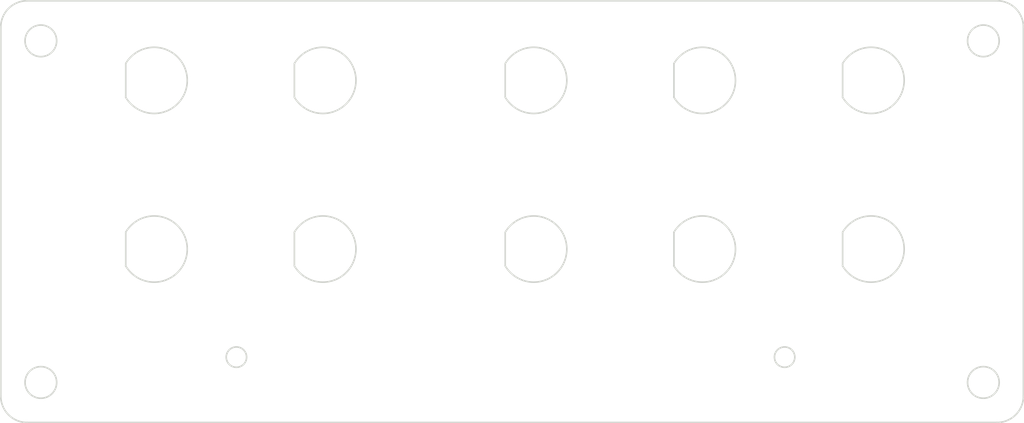
<source format=kicad_pcb>
(kicad_pcb (version 4) (host pcbnew no-bzr-kicad_new3d-viewer)

  (general
    (links 0)
    (no_connects 0)
    (area -0.075001 29.924999 145.375001 84.675001)
    (thickness 1.6)
    (drawings 15)
    (tracks 0)
    (zones 0)
    (modules 10)
    (nets 1)
  )

  (page A4)
  (layers
    (0 F.Cu signal hide)
    (31 B.Cu signal hide)
    (32 B.Adhes user hide)
    (33 F.Adhes user hide)
    (34 B.Paste user hide)
    (35 F.Paste user hide)
    (36 B.SilkS user hide)
    (37 F.SilkS user hide)
    (38 B.Mask user hide)
    (39 F.Mask user hide)
    (40 Dwgs.User user hide)
    (41 Cmts.User user hide)
    (42 Eco1.User user hide)
    (43 Eco2.User user hide)
    (44 Edge.Cuts user)
    (45 Margin user hide)
    (46 B.CrtYd user hide)
    (47 F.CrtYd user hide)
    (48 B.Fab user)
    (49 F.Fab user hide)
  )

  (setup
    (last_trace_width 0.25)
    (trace_clearance 0.2)
    (zone_clearance 0.508)
    (zone_45_only no)
    (trace_min 0.2)
    (segment_width 0.15)
    (edge_width 0.15)
    (via_size 0.6)
    (via_drill 0.4)
    (via_min_size 0.4)
    (via_min_drill 0.3)
    (uvia_size 0.3)
    (uvia_drill 0.1)
    (uvias_allowed no)
    (uvia_min_size 0.2)
    (uvia_min_drill 0.1)
    (pcb_text_width 0.3)
    (pcb_text_size 1.5 1.5)
    (mod_edge_width 0.15)
    (mod_text_size 1 1)
    (mod_text_width 0.15)
    (pad_size 3 3)
    (pad_drill 3)
    (pad_to_mask_clearance 0.2)
    (aux_axis_origin 0 0)
    (visible_elements 7FFFFFFF)
    (pcbplotparams
      (layerselection 0x00030_ffffffff)
      (usegerberextensions false)
      (excludeedgelayer true)
      (linewidth 0.100000)
      (plotframeref false)
      (viasonmask false)
      (mode 1)
      (useauxorigin false)
      (hpglpennumber 1)
      (hpglpenspeed 20)
      (hpglpendiameter 15)
      (psnegative false)
      (psa4output false)
      (plotreference true)
      (plotvalue true)
      (plotinvisibletext false)
      (padsonsilk false)
      (subtractmaskfromsilk false)
      (outputformat 1)
      (mirror false)
      (drillshape 0)
      (scaleselection 1)
      (outputdirectory ""))
  )

  (net 0 "")

  (net_class Default "This is the default net class."
    (clearance 0.2)
    (trace_width 0.25)
    (via_dia 0.6)
    (via_drill 0.4)
    (uvia_dia 0.3)
    (uvia_drill 0.1)
  )

  (module Ohisja:SMA_front_panel_12.5_antenna (layer F.Cu) (tedit 57645752) (tstamp 57645C99)
    (at 130.85 68.15)
    (fp_text reference REF** (at 0 7.7) (layer Dwgs.User)
      (effects (font (size 1 1) (thickness 0.15)))
    )
    (fp_text value 2 (at 0 6.7) (layer F.Fab)
      (effects (font (size 1 1) (thickness 0.15)))
    )
    (fp_arc (start 0 0) (end -2.7 -1.6) (angle 299.0257237) (layer Edge.Cuts) (width 0.15))
    (fp_line (start -2.7 -1.6) (end -2.7 1.6) (layer Edge.Cuts) (width 0.15))
    (fp_circle (center 0 0) (end 6.25 0) (layer Dwgs.User) (width 0.15))
    (fp_line (start 0.2 0.2) (end -0.2 -0.2) (layer Dwgs.User) (width 0.15))
    (fp_line (start -0.2 0.2) (end 0.2 -0.2) (layer Dwgs.User) (width 0.15))
    (fp_line (start 4 2.1) (end 4 -2.1) (layer Dwgs.User) (width 0.15))
    (fp_line (start 0 4.5) (end 4 2.1) (layer Dwgs.User) (width 0.15))
    (fp_line (start -4 2.1) (end 0 4.5) (layer Dwgs.User) (width 0.15))
    (fp_line (start -4 -2.1) (end -4 2.1) (layer Dwgs.User) (width 0.15))
    (fp_line (start 0 -4.5) (end -4 -2.1) (layer Dwgs.User) (width 0.15))
    (fp_line (start 4 -2.1) (end 0 -4.5) (layer Dwgs.User) (width 0.15))
    (fp_circle (center 0 0) (end 4.5 0) (layer Dwgs.User) (width 0.15))
    (fp_circle (center 0 0) (end 3.15 0) (layer Dwgs.User) (width 0.15))
    (model D:/Dropbox/Projekti/Ohisja/sma.wrl
      (at (xyz 0 -0.02559055118110237 -0.1377952755905512))
      (scale (xyz 0.3937 0.3937 0.3937))
      (rotate (xyz 0 0 0))
    )
  )

  (module Ohisja:SMA_front_panel_12.5_antenna (layer F.Cu) (tedit 57645752) (tstamp 57645C89)
    (at 114.85 68.15)
    (fp_text reference REF** (at 0 7.7) (layer Dwgs.User)
      (effects (font (size 1 1) (thickness 0.15)))
    )
    (fp_text value 2 (at 0 6.7) (layer F.Fab)
      (effects (font (size 1 1) (thickness 0.15)))
    )
    (fp_arc (start 0 0) (end -2.7 -1.6) (angle 299.0257237) (layer Edge.Cuts) (width 0.15))
    (fp_line (start -2.7 -1.6) (end -2.7 1.6) (layer Edge.Cuts) (width 0.15))
    (fp_circle (center 0 0) (end 6.25 0) (layer Dwgs.User) (width 0.15))
    (fp_line (start 0.2 0.2) (end -0.2 -0.2) (layer Dwgs.User) (width 0.15))
    (fp_line (start -0.2 0.2) (end 0.2 -0.2) (layer Dwgs.User) (width 0.15))
    (fp_line (start 4 2.1) (end 4 -2.1) (layer Dwgs.User) (width 0.15))
    (fp_line (start 0 4.5) (end 4 2.1) (layer Dwgs.User) (width 0.15))
    (fp_line (start -4 2.1) (end 0 4.5) (layer Dwgs.User) (width 0.15))
    (fp_line (start -4 -2.1) (end -4 2.1) (layer Dwgs.User) (width 0.15))
    (fp_line (start 0 -4.5) (end -4 -2.1) (layer Dwgs.User) (width 0.15))
    (fp_line (start 4 -2.1) (end 0 -4.5) (layer Dwgs.User) (width 0.15))
    (fp_circle (center 0 0) (end 4.5 0) (layer Dwgs.User) (width 0.15))
    (fp_circle (center 0 0) (end 3.15 0) (layer Dwgs.User) (width 0.15))
    (model D:/Dropbox/Projekti/Ohisja/sma.wrl
      (at (xyz 0 -0.02559055118110237 -0.1377952755905512))
      (scale (xyz 0.3937 0.3937 0.3937))
      (rotate (xyz 0 0 0))
    )
  )

  (module Ohisja:SMA_front_panel_12.5_antenna (layer F.Cu) (tedit 57645752) (tstamp 57645C79)
    (at 98.85 68.15)
    (fp_text reference REF** (at 0 7.7) (layer Dwgs.User)
      (effects (font (size 1 1) (thickness 0.15)))
    )
    (fp_text value 2 (at 0 6.7) (layer F.Fab)
      (effects (font (size 1 1) (thickness 0.15)))
    )
    (fp_arc (start 0 0) (end -2.7 -1.6) (angle 299.0257237) (layer Edge.Cuts) (width 0.15))
    (fp_line (start -2.7 -1.6) (end -2.7 1.6) (layer Edge.Cuts) (width 0.15))
    (fp_circle (center 0 0) (end 6.25 0) (layer Dwgs.User) (width 0.15))
    (fp_line (start 0.2 0.2) (end -0.2 -0.2) (layer Dwgs.User) (width 0.15))
    (fp_line (start -0.2 0.2) (end 0.2 -0.2) (layer Dwgs.User) (width 0.15))
    (fp_line (start 4 2.1) (end 4 -2.1) (layer Dwgs.User) (width 0.15))
    (fp_line (start 0 4.5) (end 4 2.1) (layer Dwgs.User) (width 0.15))
    (fp_line (start -4 2.1) (end 0 4.5) (layer Dwgs.User) (width 0.15))
    (fp_line (start -4 -2.1) (end -4 2.1) (layer Dwgs.User) (width 0.15))
    (fp_line (start 0 -4.5) (end -4 -2.1) (layer Dwgs.User) (width 0.15))
    (fp_line (start 4 -2.1) (end 0 -4.5) (layer Dwgs.User) (width 0.15))
    (fp_circle (center 0 0) (end 4.5 0) (layer Dwgs.User) (width 0.15))
    (fp_circle (center 0 0) (end 3.15 0) (layer Dwgs.User) (width 0.15))
    (model D:/Dropbox/Projekti/Ohisja/sma.wrl
      (at (xyz 0 -0.02559055118110237 -0.1377952755905512))
      (scale (xyz 0.3937 0.3937 0.3937))
      (rotate (xyz 0 0 0))
    )
  )

  (module Ohisja:SMA_front_panel_12.5_antenna (layer F.Cu) (tedit 57645752) (tstamp 57645C69)
    (at 78.85 68.15)
    (fp_text reference REF** (at 0 7.7) (layer Dwgs.User)
      (effects (font (size 1 1) (thickness 0.15)))
    )
    (fp_text value 2 (at 0 6.7) (layer F.Fab)
      (effects (font (size 1 1) (thickness 0.15)))
    )
    (fp_arc (start 0 0) (end -2.7 -1.6) (angle 299.0257237) (layer Edge.Cuts) (width 0.15))
    (fp_line (start -2.7 -1.6) (end -2.7 1.6) (layer Edge.Cuts) (width 0.15))
    (fp_circle (center 0 0) (end 6.25 0) (layer Dwgs.User) (width 0.15))
    (fp_line (start 0.2 0.2) (end -0.2 -0.2) (layer Dwgs.User) (width 0.15))
    (fp_line (start -0.2 0.2) (end 0.2 -0.2) (layer Dwgs.User) (width 0.15))
    (fp_line (start 4 2.1) (end 4 -2.1) (layer Dwgs.User) (width 0.15))
    (fp_line (start 0 4.5) (end 4 2.1) (layer Dwgs.User) (width 0.15))
    (fp_line (start -4 2.1) (end 0 4.5) (layer Dwgs.User) (width 0.15))
    (fp_line (start -4 -2.1) (end -4 2.1) (layer Dwgs.User) (width 0.15))
    (fp_line (start 0 -4.5) (end -4 -2.1) (layer Dwgs.User) (width 0.15))
    (fp_line (start 4 -2.1) (end 0 -4.5) (layer Dwgs.User) (width 0.15))
    (fp_circle (center 0 0) (end 4.5 0) (layer Dwgs.User) (width 0.15))
    (fp_circle (center 0 0) (end 3.15 0) (layer Dwgs.User) (width 0.15))
    (model D:/Dropbox/Projekti/Ohisja/sma.wrl
      (at (xyz 0 -0.02559055118110237 -0.1377952755905512))
      (scale (xyz 0.3937 0.3937 0.3937))
      (rotate (xyz 0 0 0))
    )
  )

  (module Ohisja:SMA_front_panel_12.5_antenna (layer F.Cu) (tedit 57645752) (tstamp 57645C59)
    (at 62.85 68.15)
    (fp_text reference REF** (at 0 7.7) (layer Dwgs.User)
      (effects (font (size 1 1) (thickness 0.15)))
    )
    (fp_text value 2 (at 0 6.7) (layer F.Fab)
      (effects (font (size 1 1) (thickness 0.15)))
    )
    (fp_arc (start 0 0) (end -2.7 -1.6) (angle 299.0257237) (layer Edge.Cuts) (width 0.15))
    (fp_line (start -2.7 -1.6) (end -2.7 1.6) (layer Edge.Cuts) (width 0.15))
    (fp_circle (center 0 0) (end 6.25 0) (layer Dwgs.User) (width 0.15))
    (fp_line (start 0.2 0.2) (end -0.2 -0.2) (layer Dwgs.User) (width 0.15))
    (fp_line (start -0.2 0.2) (end 0.2 -0.2) (layer Dwgs.User) (width 0.15))
    (fp_line (start 4 2.1) (end 4 -2.1) (layer Dwgs.User) (width 0.15))
    (fp_line (start 0 4.5) (end 4 2.1) (layer Dwgs.User) (width 0.15))
    (fp_line (start -4 2.1) (end 0 4.5) (layer Dwgs.User) (width 0.15))
    (fp_line (start -4 -2.1) (end -4 2.1) (layer Dwgs.User) (width 0.15))
    (fp_line (start 0 -4.5) (end -4 -2.1) (layer Dwgs.User) (width 0.15))
    (fp_line (start 4 -2.1) (end 0 -4.5) (layer Dwgs.User) (width 0.15))
    (fp_circle (center 0 0) (end 4.5 0) (layer Dwgs.User) (width 0.15))
    (fp_circle (center 0 0) (end 3.15 0) (layer Dwgs.User) (width 0.15))
    (model D:/Dropbox/Projekti/Ohisja/sma.wrl
      (at (xyz 0 -0.02559055118110237 -0.1377952755905512))
      (scale (xyz 0.3937 0.3937 0.3937))
      (rotate (xyz 0 0 0))
    )
  )

  (module Ohisja:SMA_front_panel_12.5_antenna (layer F.Cu) (tedit 57645752) (tstamp 57645C49)
    (at 130.85 52.15)
    (fp_text reference REF** (at 0 7.7) (layer Dwgs.User)
      (effects (font (size 1 1) (thickness 0.15)))
    )
    (fp_text value 2 (at 0 6.7) (layer F.Fab)
      (effects (font (size 1 1) (thickness 0.15)))
    )
    (fp_arc (start 0 0) (end -2.7 -1.6) (angle 299.0257237) (layer Edge.Cuts) (width 0.15))
    (fp_line (start -2.7 -1.6) (end -2.7 1.6) (layer Edge.Cuts) (width 0.15))
    (fp_circle (center 0 0) (end 6.25 0) (layer Dwgs.User) (width 0.15))
    (fp_line (start 0.2 0.2) (end -0.2 -0.2) (layer Dwgs.User) (width 0.15))
    (fp_line (start -0.2 0.2) (end 0.2 -0.2) (layer Dwgs.User) (width 0.15))
    (fp_line (start 4 2.1) (end 4 -2.1) (layer Dwgs.User) (width 0.15))
    (fp_line (start 0 4.5) (end 4 2.1) (layer Dwgs.User) (width 0.15))
    (fp_line (start -4 2.1) (end 0 4.5) (layer Dwgs.User) (width 0.15))
    (fp_line (start -4 -2.1) (end -4 2.1) (layer Dwgs.User) (width 0.15))
    (fp_line (start 0 -4.5) (end -4 -2.1) (layer Dwgs.User) (width 0.15))
    (fp_line (start 4 -2.1) (end 0 -4.5) (layer Dwgs.User) (width 0.15))
    (fp_circle (center 0 0) (end 4.5 0) (layer Dwgs.User) (width 0.15))
    (fp_circle (center 0 0) (end 3.15 0) (layer Dwgs.User) (width 0.15))
    (model D:/Dropbox/Projekti/Ohisja/sma.wrl
      (at (xyz 0 -0.02559055118110237 -0.1377952755905512))
      (scale (xyz 0.3937 0.3937 0.3937))
      (rotate (xyz 0 0 0))
    )
  )

  (module Ohisja:SMA_front_panel_12.5_antenna (layer F.Cu) (tedit 57645752) (tstamp 57645C39)
    (at 114.85 52.15)
    (fp_text reference REF** (at 0 7.7) (layer Dwgs.User)
      (effects (font (size 1 1) (thickness 0.15)))
    )
    (fp_text value 2 (at 0 6.7) (layer F.Fab)
      (effects (font (size 1 1) (thickness 0.15)))
    )
    (fp_arc (start 0 0) (end -2.7 -1.6) (angle 299.0257237) (layer Edge.Cuts) (width 0.15))
    (fp_line (start -2.7 -1.6) (end -2.7 1.6) (layer Edge.Cuts) (width 0.15))
    (fp_circle (center 0 0) (end 6.25 0) (layer Dwgs.User) (width 0.15))
    (fp_line (start 0.2 0.2) (end -0.2 -0.2) (layer Dwgs.User) (width 0.15))
    (fp_line (start -0.2 0.2) (end 0.2 -0.2) (layer Dwgs.User) (width 0.15))
    (fp_line (start 4 2.1) (end 4 -2.1) (layer Dwgs.User) (width 0.15))
    (fp_line (start 0 4.5) (end 4 2.1) (layer Dwgs.User) (width 0.15))
    (fp_line (start -4 2.1) (end 0 4.5) (layer Dwgs.User) (width 0.15))
    (fp_line (start -4 -2.1) (end -4 2.1) (layer Dwgs.User) (width 0.15))
    (fp_line (start 0 -4.5) (end -4 -2.1) (layer Dwgs.User) (width 0.15))
    (fp_line (start 4 -2.1) (end 0 -4.5) (layer Dwgs.User) (width 0.15))
    (fp_circle (center 0 0) (end 4.5 0) (layer Dwgs.User) (width 0.15))
    (fp_circle (center 0 0) (end 3.15 0) (layer Dwgs.User) (width 0.15))
    (model D:/Dropbox/Projekti/Ohisja/sma.wrl
      (at (xyz 0 -0.02559055118110237 -0.1377952755905512))
      (scale (xyz 0.3937 0.3937 0.3937))
      (rotate (xyz 0 0 0))
    )
  )

  (module Ohisja:SMA_front_panel_12.5_antenna (layer F.Cu) (tedit 57645752) (tstamp 57645C29)
    (at 98.85 52.15)
    (fp_text reference REF** (at 0 7.7) (layer Dwgs.User)
      (effects (font (size 1 1) (thickness 0.15)))
    )
    (fp_text value 2 (at 0 6.7) (layer F.Fab)
      (effects (font (size 1 1) (thickness 0.15)))
    )
    (fp_arc (start 0 0) (end -2.7 -1.6) (angle 299.0257237) (layer Edge.Cuts) (width 0.15))
    (fp_line (start -2.7 -1.6) (end -2.7 1.6) (layer Edge.Cuts) (width 0.15))
    (fp_circle (center 0 0) (end 6.25 0) (layer Dwgs.User) (width 0.15))
    (fp_line (start 0.2 0.2) (end -0.2 -0.2) (layer Dwgs.User) (width 0.15))
    (fp_line (start -0.2 0.2) (end 0.2 -0.2) (layer Dwgs.User) (width 0.15))
    (fp_line (start 4 2.1) (end 4 -2.1) (layer Dwgs.User) (width 0.15))
    (fp_line (start 0 4.5) (end 4 2.1) (layer Dwgs.User) (width 0.15))
    (fp_line (start -4 2.1) (end 0 4.5) (layer Dwgs.User) (width 0.15))
    (fp_line (start -4 -2.1) (end -4 2.1) (layer Dwgs.User) (width 0.15))
    (fp_line (start 0 -4.5) (end -4 -2.1) (layer Dwgs.User) (width 0.15))
    (fp_line (start 4 -2.1) (end 0 -4.5) (layer Dwgs.User) (width 0.15))
    (fp_circle (center 0 0) (end 4.5 0) (layer Dwgs.User) (width 0.15))
    (fp_circle (center 0 0) (end 3.15 0) (layer Dwgs.User) (width 0.15))
    (model D:/Dropbox/Projekti/Ohisja/sma.wrl
      (at (xyz 0 -0.02559055118110237 -0.1377952755905512))
      (scale (xyz 0.3937 0.3937 0.3937))
      (rotate (xyz 0 0 0))
    )
  )

  (module Ohisja:SMA_front_panel_12.5_antenna (layer F.Cu) (tedit 57645752) (tstamp 57645C19)
    (at 78.85 52.15)
    (fp_text reference REF** (at 0 7.7) (layer Dwgs.User)
      (effects (font (size 1 1) (thickness 0.15)))
    )
    (fp_text value 2 (at 0 6.7) (layer F.Fab)
      (effects (font (size 1 1) (thickness 0.15)))
    )
    (fp_arc (start 0 0) (end -2.7 -1.6) (angle 299.0257237) (layer Edge.Cuts) (width 0.15))
    (fp_line (start -2.7 -1.6) (end -2.7 1.6) (layer Edge.Cuts) (width 0.15))
    (fp_circle (center 0 0) (end 6.25 0) (layer Dwgs.User) (width 0.15))
    (fp_line (start 0.2 0.2) (end -0.2 -0.2) (layer Dwgs.User) (width 0.15))
    (fp_line (start -0.2 0.2) (end 0.2 -0.2) (layer Dwgs.User) (width 0.15))
    (fp_line (start 4 2.1) (end 4 -2.1) (layer Dwgs.User) (width 0.15))
    (fp_line (start 0 4.5) (end 4 2.1) (layer Dwgs.User) (width 0.15))
    (fp_line (start -4 2.1) (end 0 4.5) (layer Dwgs.User) (width 0.15))
    (fp_line (start -4 -2.1) (end -4 2.1) (layer Dwgs.User) (width 0.15))
    (fp_line (start 0 -4.5) (end -4 -2.1) (layer Dwgs.User) (width 0.15))
    (fp_line (start 4 -2.1) (end 0 -4.5) (layer Dwgs.User) (width 0.15))
    (fp_circle (center 0 0) (end 4.5 0) (layer Dwgs.User) (width 0.15))
    (fp_circle (center 0 0) (end 3.15 0) (layer Dwgs.User) (width 0.15))
    (model D:/Dropbox/Projekti/Ohisja/sma.wrl
      (at (xyz 0 -0.02559055118110237 -0.1377952755905512))
      (scale (xyz 0.3937 0.3937 0.3937))
      (rotate (xyz 0 0 0))
    )
  )

  (module Ohisja:SMA_front_panel_12.5_antenna (layer F.Cu) (tedit 57645752) (tstamp 57645AA3)
    (at 62.85 52.15)
    (fp_text reference REF** (at 0 7.7) (layer Dwgs.User)
      (effects (font (size 1 1) (thickness 0.15)))
    )
    (fp_text value 2 (at 0 6.7) (layer F.Fab)
      (effects (font (size 1 1) (thickness 0.15)))
    )
    (fp_arc (start 0 0) (end -2.7 -1.6) (angle 299.0257237) (layer Edge.Cuts) (width 0.15))
    (fp_line (start -2.7 -1.6) (end -2.7 1.6) (layer Edge.Cuts) (width 0.15))
    (fp_circle (center 0 0) (end 6.25 0) (layer Dwgs.User) (width 0.15))
    (fp_line (start 0.2 0.2) (end -0.2 -0.2) (layer Dwgs.User) (width 0.15))
    (fp_line (start -0.2 0.2) (end 0.2 -0.2) (layer Dwgs.User) (width 0.15))
    (fp_line (start 4 2.1) (end 4 -2.1) (layer Dwgs.User) (width 0.15))
    (fp_line (start 0 4.5) (end 4 2.1) (layer Dwgs.User) (width 0.15))
    (fp_line (start -4 2.1) (end 0 4.5) (layer Dwgs.User) (width 0.15))
    (fp_line (start -4 -2.1) (end -4 2.1) (layer Dwgs.User) (width 0.15))
    (fp_line (start 0 -4.5) (end -4 -2.1) (layer Dwgs.User) (width 0.15))
    (fp_line (start 4 -2.1) (end 0 -4.5) (layer Dwgs.User) (width 0.15))
    (fp_circle (center 0 0) (end 4.5 0) (layer Dwgs.User) (width 0.15))
    (fp_circle (center 0 0) (end 3.15 0) (layer Dwgs.User) (width 0.15))
    (model D:/Dropbox/Projekti/Ohisja/sma.wrl
      (at (xyz 0 -0.02559055118110237 -0.1377952755905512))
      (scale (xyz 0.3937 0.3937 0.3937))
      (rotate (xyz 0 0 0))
    )
  )

  (gr_circle (center 70.65 78.4) (end 71.55 78.05) (layer Edge.Cuts) (width 0.15))
  (gr_circle (center 141.5 80.8) (end 143 80.8) (layer Edge.Cuts) (width 0.15) (tstamp 5766A0C4))
  (gr_arc (start 142.8 82.1) (end 145.3 82.1) (angle 90) (layer Edge.Cuts) (width 0.15) (tstamp 5766A0C3))
  (gr_circle (center 52.1 80.8) (end 52.1 82.3) (layer Edge.Cuts) (width 0.15) (tstamp 5766A0B2))
  (gr_arc (start 50.8 82.1) (end 50.8 84.6) (angle 90) (layer Edge.Cuts) (width 0.15) (tstamp 5766A0B1))
  (gr_circle (center 52.1 48.4) (end 50.6 48.4) (layer Edge.Cuts) (width 0.15) (tstamp 5766A0A5))
  (gr_arc (start 50.8 47.1) (end 48.3 47.1) (angle 90) (layer Edge.Cuts) (width 0.15) (tstamp 5766A0A4))
  (gr_arc (start 142.8 47.1) (end 142.8 44.6) (angle 90) (layer Edge.Cuts) (width 0.15))
  (gr_circle (center 141.5 48.4) (end 141.5 46.9) (layer Edge.Cuts) (width 0.15))
  (gr_line (start 0 30) (end 97 30) (layer Dwgs.User) (width 0.15) (tstamp 57645F2C))
  (gr_line (start 145.3 47.1) (end 145.3 82.1) (layer Edge.Cuts) (width 0.15))
  (gr_line (start 48.3 82.1) (end 48.3 47.1) (layer Edge.Cuts) (width 0.15))
  (gr_line (start 50.8 84.6) (end 142.8 84.6) (layer Edge.Cuts) (width 0.15) (tstamp 57645F18))
  (gr_line (start 50.8 44.6) (end 142.8 44.6) (layer Edge.Cuts) (width 0.15))
  (gr_circle (center 122.65 78.4) (end 123.55 78.05) (layer Edge.Cuts) (width 0.15) (tstamp 57645D13))

)

</source>
